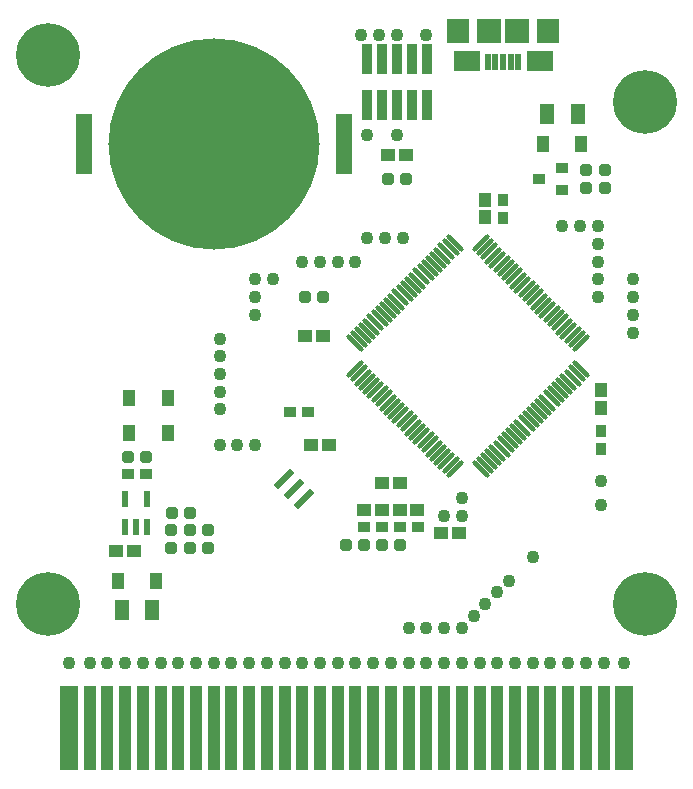
<source format=gts>
G04 Layer_Color=20142*
%FSLAX25Y25*%
%MOIN*%
G70*
G01*
G75*
%ADD45R,0.07874X0.07874*%
%ADD46R,0.08661X0.06693*%
%ADD47R,0.01969X0.05709*%
%ADD48R,0.07480X0.07874*%
G04:AMPARAMS|DCode=49|XSize=38.94mil|YSize=38.94mil|CornerRadius=6.34mil|HoleSize=0mil|Usage=FLASHONLY|Rotation=180.000|XOffset=0mil|YOffset=0mil|HoleType=Round|Shape=RoundedRectangle|*
%AMROUNDEDRECTD49*
21,1,0.03894,0.02625,0,0,180.0*
21,1,0.02625,0.03894,0,0,180.0*
1,1,0.01269,-0.01313,0.01313*
1,1,0.01269,0.01313,0.01313*
1,1,0.01269,0.01313,-0.01313*
1,1,0.01269,-0.01313,-0.01313*
%
%ADD49ROUNDEDRECTD49*%
%ADD50R,0.02362X0.05512*%
%ADD51R,0.04528X0.04331*%
%ADD52R,0.04331X0.04528*%
%ADD53R,0.04724X0.07087*%
%ADD54R,0.03894X0.03594*%
%ADD55R,0.03594X0.03894*%
G04:AMPARAMS|DCode=56|XSize=15.75mil|YSize=74.8mil|CornerRadius=0mil|HoleSize=0mil|Usage=FLASHONLY|Rotation=135.000|XOffset=0mil|YOffset=0mil|HoleType=Round|Shape=Round|*
%AMOVALD56*
21,1,0.05906,0.01575,0.00000,0.00000,225.0*
1,1,0.01575,0.02088,0.02088*
1,1,0.01575,-0.02088,-0.02088*
%
%ADD56OVALD56*%

G04:AMPARAMS|DCode=57|XSize=15.75mil|YSize=74.8mil|CornerRadius=0mil|HoleSize=0mil|Usage=FLASHONLY|Rotation=45.000|XOffset=0mil|YOffset=0mil|HoleType=Round|Shape=Round|*
%AMOVALD57*
21,1,0.05906,0.01575,0.00000,0.00000,135.0*
1,1,0.01575,0.02088,-0.02088*
1,1,0.01575,-0.02088,0.02088*
%
%ADD57OVALD57*%

%ADD58C,0.04331*%
%ADD59R,0.06299X0.27953*%
%ADD60R,0.04331X0.27953*%
%ADD61R,0.03976X0.05197*%
%ADD62R,0.03386X0.09843*%
G04:AMPARAMS|DCode=63|XSize=38.94mil|YSize=38.94mil|CornerRadius=6.34mil|HoleSize=0mil|Usage=FLASHONLY|Rotation=90.000|XOffset=0mil|YOffset=0mil|HoleType=Round|Shape=RoundedRectangle|*
%AMROUNDEDRECTD63*
21,1,0.03894,0.02625,0,0,90.0*
21,1,0.02625,0.03894,0,0,90.0*
1,1,0.01269,0.01313,0.01313*
1,1,0.01269,0.01313,-0.01313*
1,1,0.01269,-0.01313,-0.01313*
1,1,0.01269,-0.01313,0.01313*
%
%ADD63ROUNDEDRECTD63*%
G04:AMPARAMS|DCode=64|XSize=78.74mil|YSize=19.69mil|CornerRadius=0mil|HoleSize=0mil|Usage=FLASHONLY|Rotation=45.000|XOffset=0mil|YOffset=0mil|HoleType=Round|Shape=Rectangle|*
%AMROTATEDRECTD64*
4,1,4,-0.02088,-0.03480,-0.03480,-0.02088,0.02088,0.03480,0.03480,0.02088,-0.02088,-0.03480,0.0*
%
%ADD64ROTATEDRECTD64*%

%ADD65R,0.03937X0.03543*%
%ADD66C,0.70394*%
%ADD67R,0.05394X0.20394*%
%ADD68C,0.21260*%
%ADD69C,0.00394*%
D45*
X376378Y472638D02*
D03*
X366929D02*
D03*
D46*
X383858Y462598D02*
D03*
X359449D02*
D03*
D47*
X376772Y462106D02*
D03*
X374213D02*
D03*
X371654D02*
D03*
X369094D02*
D03*
X366535D02*
D03*
D48*
X386614Y472638D02*
D03*
X356693D02*
D03*
D49*
X333221Y423228D02*
D03*
X339220D02*
D03*
X305661Y383858D02*
D03*
X311661D02*
D03*
X337252Y301181D02*
D03*
X331252D02*
D03*
X325441D02*
D03*
X319441D02*
D03*
X252606Y330709D02*
D03*
X246606D02*
D03*
X267173Y311811D02*
D03*
X261173D02*
D03*
D50*
X245472Y307087D02*
D03*
X249213D02*
D03*
X252953D02*
D03*
Y316535D02*
D03*
X245472D02*
D03*
D51*
X248622Y299213D02*
D03*
X242717D02*
D03*
X333268Y431102D02*
D03*
X339173D02*
D03*
X343110Y312992D02*
D03*
X337205D02*
D03*
X325394D02*
D03*
X331299D02*
D03*
X305709Y370866D02*
D03*
X311614D02*
D03*
X350984Y305118D02*
D03*
X356890D02*
D03*
X337205Y322047D02*
D03*
X331299D02*
D03*
X307677Y334646D02*
D03*
X313583D02*
D03*
D52*
X365748Y416339D02*
D03*
Y410433D02*
D03*
X404331Y347047D02*
D03*
Y352953D02*
D03*
D53*
X254724Y279528D02*
D03*
X244488D02*
D03*
X386221Y444882D02*
D03*
X396457D02*
D03*
D54*
X246606Y324803D02*
D03*
X252606D02*
D03*
X300543Y345669D02*
D03*
X306543D02*
D03*
X331347Y307087D02*
D03*
X325346D02*
D03*
X337158D02*
D03*
X343158D02*
D03*
D55*
X371654Y410386D02*
D03*
Y416386D02*
D03*
X404331Y339220D02*
D03*
Y333221D02*
D03*
D56*
X322121Y359858D02*
D03*
X323513Y358466D02*
D03*
X324905Y357074D02*
D03*
X326297Y355682D02*
D03*
X327689Y354290D02*
D03*
X329081Y352899D02*
D03*
X330472Y351507D02*
D03*
X331865Y350115D02*
D03*
X333256Y348723D02*
D03*
X334648Y347331D02*
D03*
X336040Y345939D02*
D03*
X337432Y344547D02*
D03*
X338824Y343155D02*
D03*
X340216Y341763D02*
D03*
X341608Y340371D02*
D03*
X343000Y338979D02*
D03*
X344392Y337587D02*
D03*
X345784Y336195D02*
D03*
X347176Y334803D02*
D03*
X348568Y333411D02*
D03*
X349960Y332019D02*
D03*
X351352Y330627D02*
D03*
X352744Y329235D02*
D03*
X354135Y327843D02*
D03*
X355527Y326452D02*
D03*
X397564Y368488D02*
D03*
X396172Y369880D02*
D03*
X394780Y371272D02*
D03*
X393388Y372664D02*
D03*
X391996Y374056D02*
D03*
X390604Y375448D02*
D03*
X389212Y376840D02*
D03*
X387821Y378232D02*
D03*
X386429Y379624D02*
D03*
X385037Y381016D02*
D03*
X383645Y382408D02*
D03*
X382253Y383800D02*
D03*
X380861Y385192D02*
D03*
X379469Y386583D02*
D03*
X378077Y387975D02*
D03*
X376685Y389367D02*
D03*
X375293Y390759D02*
D03*
X373901Y392151D02*
D03*
X372509Y393543D02*
D03*
X371117Y394935D02*
D03*
X369725Y396327D02*
D03*
X368333Y397719D02*
D03*
X366941Y399111D02*
D03*
X365549Y400503D02*
D03*
X364158Y401895D02*
D03*
D57*
Y326452D02*
D03*
X365549Y327843D02*
D03*
X366941Y329236D02*
D03*
X368333Y330627D02*
D03*
X369725Y332019D02*
D03*
X371117Y333411D02*
D03*
X372509Y334803D02*
D03*
X373901Y336195D02*
D03*
X375293Y337587D02*
D03*
X376685Y338979D02*
D03*
X378077Y340371D02*
D03*
X379469Y341763D02*
D03*
X380861Y343155D02*
D03*
X382253Y344547D02*
D03*
X383645Y345939D02*
D03*
X385037Y347331D02*
D03*
X386429Y348723D02*
D03*
X387821Y350115D02*
D03*
X389212Y351507D02*
D03*
X390604Y352899D02*
D03*
X391996Y354290D02*
D03*
X393388Y355682D02*
D03*
X394780Y357074D02*
D03*
X396172Y358466D02*
D03*
X397564Y359858D02*
D03*
X355527Y401895D02*
D03*
X354135Y400503D02*
D03*
X352744Y399111D02*
D03*
X351352Y397719D02*
D03*
X349960Y396327D02*
D03*
X348568Y394935D02*
D03*
X347176Y393543D02*
D03*
X345784Y392151D02*
D03*
X344392Y390759D02*
D03*
X343000Y389367D02*
D03*
X341608Y387975D02*
D03*
X340216Y386583D02*
D03*
X338824Y385191D02*
D03*
X337432Y383800D02*
D03*
X336040Y382408D02*
D03*
X334648Y381016D02*
D03*
X333256Y379624D02*
D03*
X331865Y378232D02*
D03*
X330472Y376840D02*
D03*
X329081Y375448D02*
D03*
X327689Y374056D02*
D03*
X326297Y372664D02*
D03*
X324905Y371272D02*
D03*
X323513Y369880D02*
D03*
X322121Y368488D02*
D03*
D58*
X277165Y346457D02*
D03*
Y352362D02*
D03*
Y370079D02*
D03*
Y364173D02*
D03*
Y358268D02*
D03*
X338189Y403543D02*
D03*
X332283D02*
D03*
X326378D02*
D03*
X322441Y395669D02*
D03*
X316535D02*
D03*
X310630D02*
D03*
X304724D02*
D03*
X288976Y383858D02*
D03*
Y377953D02*
D03*
X294882Y389764D02*
D03*
X288976D02*
D03*
X346063Y471260D02*
D03*
X283071Y334646D02*
D03*
X277165D02*
D03*
X288976D02*
D03*
X357874Y316929D02*
D03*
X351969Y311024D02*
D03*
X357874D02*
D03*
Y273622D02*
D03*
X346063D02*
D03*
X351969D02*
D03*
X340158D02*
D03*
X361811Y277559D02*
D03*
X365748Y281496D02*
D03*
X381496Y297244D02*
D03*
X369685Y285433D02*
D03*
X373622Y289370D02*
D03*
X403150Y383858D02*
D03*
Y389764D02*
D03*
Y395669D02*
D03*
Y407480D02*
D03*
X397244D02*
D03*
X391339D02*
D03*
X403150Y401575D02*
D03*
X404331Y314567D02*
D03*
Y322441D02*
D03*
X414961Y372047D02*
D03*
Y377953D02*
D03*
Y383858D02*
D03*
Y389764D02*
D03*
X363779Y261811D02*
D03*
X328346D02*
D03*
X304724D02*
D03*
X369666D02*
D03*
X351969D02*
D03*
X316535D02*
D03*
X298819D02*
D03*
X257480D02*
D03*
X405118D02*
D03*
X412008D02*
D03*
X381496D02*
D03*
X340158D02*
D03*
X287008D02*
D03*
X275197D02*
D03*
X263386D02*
D03*
X245669D02*
D03*
X393307D02*
D03*
X387402D02*
D03*
X357874D02*
D03*
X334252D02*
D03*
X310630D02*
D03*
X281102D02*
D03*
X399213D02*
D03*
X239764D02*
D03*
X375590D02*
D03*
X346063D02*
D03*
X322441D02*
D03*
X292913D02*
D03*
X269291D02*
D03*
X226969D02*
D03*
X251575D02*
D03*
X233858D02*
D03*
X326378Y437795D02*
D03*
X336221D02*
D03*
X324409Y471260D02*
D03*
X330315D02*
D03*
X336221D02*
D03*
D59*
X412008Y240158D02*
D03*
X226969D02*
D03*
D60*
X233858D02*
D03*
X239764D02*
D03*
X245669D02*
D03*
X251575D02*
D03*
X257480D02*
D03*
X263386D02*
D03*
X269291D02*
D03*
X275197D02*
D03*
X281102D02*
D03*
X334252D02*
D03*
X328346D02*
D03*
X322441D02*
D03*
X316535D02*
D03*
X310630D02*
D03*
X304724D02*
D03*
X298819D02*
D03*
X292913D02*
D03*
X287008D02*
D03*
X387402D02*
D03*
X381496D02*
D03*
X375590D02*
D03*
X369685D02*
D03*
X363779D02*
D03*
X357874D02*
D03*
X351969D02*
D03*
X346063D02*
D03*
X340158D02*
D03*
X405118D02*
D03*
X399213D02*
D03*
X393307D02*
D03*
D61*
X243169Y289370D02*
D03*
X256043D02*
D03*
X259980Y338583D02*
D03*
X247106D02*
D03*
X384902Y435039D02*
D03*
X397776D02*
D03*
X259980Y350394D02*
D03*
X247106D02*
D03*
D62*
X326220Y463189D02*
D03*
Y447835D02*
D03*
X331221Y463189D02*
D03*
Y447835D02*
D03*
X346220Y463189D02*
D03*
Y447835D02*
D03*
X341220Y463189D02*
D03*
Y447835D02*
D03*
X336221D02*
D03*
Y463189D02*
D03*
D63*
X273228Y300150D02*
D03*
Y306150D02*
D03*
X267323Y300150D02*
D03*
Y306150D02*
D03*
X261024Y300150D02*
D03*
Y306150D02*
D03*
X405512Y420228D02*
D03*
Y426228D02*
D03*
X399213Y420228D02*
D03*
Y426228D02*
D03*
D64*
X301969Y320079D02*
D03*
X305309Y316738D02*
D03*
X298628Y323419D02*
D03*
D65*
X383465Y423228D02*
D03*
X391339Y426968D02*
D03*
Y419488D02*
D03*
D66*
X275197Y435039D02*
D03*
D67*
X318445D02*
D03*
X231949D02*
D03*
D68*
X220079Y464567D02*
D03*
X418898Y448819D02*
D03*
X220079Y281496D02*
D03*
X418898D02*
D03*
D69*
X220079Y464567D02*
D03*
X418898Y448819D02*
D03*
X220079Y281496D02*
D03*
X418898D02*
D03*
M02*

</source>
